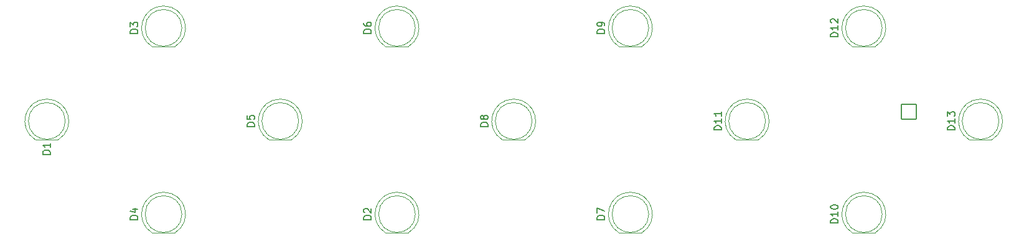
<source format=gto>
%TF.GenerationSoftware,KiCad,Pcbnew,7.0.10*%
%TF.CreationDate,2024-10-31T16:23:13-04:00*%
%TF.ProjectId,segment,7365676d-656e-4742-9e6b-696361645f70,rev?*%
%TF.SameCoordinates,Original*%
%TF.FileFunction,Legend,Top*%
%TF.FilePolarity,Positive*%
%FSLAX46Y46*%
G04 Gerber Fmt 4.6, Leading zero omitted, Abs format (unit mm)*
G04 Created by KiCad (PCBNEW 7.0.10) date 2024-10-31 16:23:13*
%MOMM*%
%LPD*%
G01*
G04 APERTURE LIST*
G04 Aperture macros list*
%AMRoundRect*
0 Rectangle with rounded corners*
0 $1 Rounding radius*
0 $2 $3 $4 $5 $6 $7 $8 $9 X,Y pos of 4 corners*
0 Add a 4 corners polygon primitive as box body*
4,1,4,$2,$3,$4,$5,$6,$7,$8,$9,$2,$3,0*
0 Add four circle primitives for the rounded corners*
1,1,$1+$1,$2,$3*
1,1,$1+$1,$4,$5*
1,1,$1+$1,$6,$7*
1,1,$1+$1,$8,$9*
0 Add four rect primitives between the rounded corners*
20,1,$1+$1,$2,$3,$4,$5,0*
20,1,$1+$1,$4,$5,$6,$7,0*
20,1,$1+$1,$6,$7,$8,$9,0*
20,1,$1+$1,$8,$9,$2,$3,0*%
G04 Aperture macros list end*
%ADD10C,0.150000*%
%ADD11C,0.120000*%
%ADD12R,1.800000X1.800000*%
%ADD13C,1.800000*%
%ADD14C,2.200000*%
%ADD15C,2.100000*%
%ADD16RoundRect,0.102000X-1.005000X1.005000X-1.005000X-1.005000X1.005000X-1.005000X1.005000X1.005000X0*%
%ADD17C,2.214000*%
G04 APERTURE END LIST*
D10*
X61414819Y-107423094D02*
X60414819Y-107423094D01*
X60414819Y-107423094D02*
X60414819Y-107184999D01*
X60414819Y-107184999D02*
X60462438Y-107042142D01*
X60462438Y-107042142D02*
X60557676Y-106946904D01*
X60557676Y-106946904D02*
X60652914Y-106899285D01*
X60652914Y-106899285D02*
X60843390Y-106851666D01*
X60843390Y-106851666D02*
X60986247Y-106851666D01*
X60986247Y-106851666D02*
X61176723Y-106899285D01*
X61176723Y-106899285D02*
X61271961Y-106946904D01*
X61271961Y-106946904D02*
X61367200Y-107042142D01*
X61367200Y-107042142D02*
X61414819Y-107184999D01*
X61414819Y-107184999D02*
X61414819Y-107423094D01*
X61414819Y-105899285D02*
X61414819Y-106470713D01*
X61414819Y-106184999D02*
X60414819Y-106184999D01*
X60414819Y-106184999D02*
X60557676Y-106280237D01*
X60557676Y-106280237D02*
X60652914Y-106375475D01*
X60652914Y-106375475D02*
X60700533Y-106470713D01*
X184454819Y-104084285D02*
X183454819Y-104084285D01*
X183454819Y-104084285D02*
X183454819Y-103846190D01*
X183454819Y-103846190D02*
X183502438Y-103703333D01*
X183502438Y-103703333D02*
X183597676Y-103608095D01*
X183597676Y-103608095D02*
X183692914Y-103560476D01*
X183692914Y-103560476D02*
X183883390Y-103512857D01*
X183883390Y-103512857D02*
X184026247Y-103512857D01*
X184026247Y-103512857D02*
X184216723Y-103560476D01*
X184216723Y-103560476D02*
X184311961Y-103608095D01*
X184311961Y-103608095D02*
X184407200Y-103703333D01*
X184407200Y-103703333D02*
X184454819Y-103846190D01*
X184454819Y-103846190D02*
X184454819Y-104084285D01*
X184454819Y-102560476D02*
X184454819Y-103131904D01*
X184454819Y-102846190D02*
X183454819Y-102846190D01*
X183454819Y-102846190D02*
X183597676Y-102941428D01*
X183597676Y-102941428D02*
X183692914Y-103036666D01*
X183692914Y-103036666D02*
X183740533Y-103131904D01*
X183454819Y-102227142D02*
X183454819Y-101608095D01*
X183454819Y-101608095D02*
X183835771Y-101941428D01*
X183835771Y-101941428D02*
X183835771Y-101798571D01*
X183835771Y-101798571D02*
X183883390Y-101703333D01*
X183883390Y-101703333D02*
X183931009Y-101655714D01*
X183931009Y-101655714D02*
X184026247Y-101608095D01*
X184026247Y-101608095D02*
X184264342Y-101608095D01*
X184264342Y-101608095D02*
X184359580Y-101655714D01*
X184359580Y-101655714D02*
X184407200Y-101703333D01*
X184407200Y-101703333D02*
X184454819Y-101798571D01*
X184454819Y-101798571D02*
X184454819Y-102084285D01*
X184454819Y-102084285D02*
X184407200Y-102179523D01*
X184407200Y-102179523D02*
X184359580Y-102227142D01*
X168579819Y-91384285D02*
X167579819Y-91384285D01*
X167579819Y-91384285D02*
X167579819Y-91146190D01*
X167579819Y-91146190D02*
X167627438Y-91003333D01*
X167627438Y-91003333D02*
X167722676Y-90908095D01*
X167722676Y-90908095D02*
X167817914Y-90860476D01*
X167817914Y-90860476D02*
X168008390Y-90812857D01*
X168008390Y-90812857D02*
X168151247Y-90812857D01*
X168151247Y-90812857D02*
X168341723Y-90860476D01*
X168341723Y-90860476D02*
X168436961Y-90908095D01*
X168436961Y-90908095D02*
X168532200Y-91003333D01*
X168532200Y-91003333D02*
X168579819Y-91146190D01*
X168579819Y-91146190D02*
X168579819Y-91384285D01*
X168579819Y-89860476D02*
X168579819Y-90431904D01*
X168579819Y-90146190D02*
X167579819Y-90146190D01*
X167579819Y-90146190D02*
X167722676Y-90241428D01*
X167722676Y-90241428D02*
X167817914Y-90336666D01*
X167817914Y-90336666D02*
X167865533Y-90431904D01*
X167675057Y-89479523D02*
X167627438Y-89431904D01*
X167627438Y-89431904D02*
X167579819Y-89336666D01*
X167579819Y-89336666D02*
X167579819Y-89098571D01*
X167579819Y-89098571D02*
X167627438Y-89003333D01*
X167627438Y-89003333D02*
X167675057Y-88955714D01*
X167675057Y-88955714D02*
X167770295Y-88908095D01*
X167770295Y-88908095D02*
X167865533Y-88908095D01*
X167865533Y-88908095D02*
X168008390Y-88955714D01*
X168008390Y-88955714D02*
X168579819Y-89527142D01*
X168579819Y-89527142D02*
X168579819Y-88908095D01*
X152704819Y-104084285D02*
X151704819Y-104084285D01*
X151704819Y-104084285D02*
X151704819Y-103846190D01*
X151704819Y-103846190D02*
X151752438Y-103703333D01*
X151752438Y-103703333D02*
X151847676Y-103608095D01*
X151847676Y-103608095D02*
X151942914Y-103560476D01*
X151942914Y-103560476D02*
X152133390Y-103512857D01*
X152133390Y-103512857D02*
X152276247Y-103512857D01*
X152276247Y-103512857D02*
X152466723Y-103560476D01*
X152466723Y-103560476D02*
X152561961Y-103608095D01*
X152561961Y-103608095D02*
X152657200Y-103703333D01*
X152657200Y-103703333D02*
X152704819Y-103846190D01*
X152704819Y-103846190D02*
X152704819Y-104084285D01*
X152704819Y-102560476D02*
X152704819Y-103131904D01*
X152704819Y-102846190D02*
X151704819Y-102846190D01*
X151704819Y-102846190D02*
X151847676Y-102941428D01*
X151847676Y-102941428D02*
X151942914Y-103036666D01*
X151942914Y-103036666D02*
X151990533Y-103131904D01*
X152704819Y-101608095D02*
X152704819Y-102179523D01*
X152704819Y-101893809D02*
X151704819Y-101893809D01*
X151704819Y-101893809D02*
X151847676Y-101989047D01*
X151847676Y-101989047D02*
X151942914Y-102084285D01*
X151942914Y-102084285D02*
X151990533Y-102179523D01*
X73329819Y-90908094D02*
X72329819Y-90908094D01*
X72329819Y-90908094D02*
X72329819Y-90669999D01*
X72329819Y-90669999D02*
X72377438Y-90527142D01*
X72377438Y-90527142D02*
X72472676Y-90431904D01*
X72472676Y-90431904D02*
X72567914Y-90384285D01*
X72567914Y-90384285D02*
X72758390Y-90336666D01*
X72758390Y-90336666D02*
X72901247Y-90336666D01*
X72901247Y-90336666D02*
X73091723Y-90384285D01*
X73091723Y-90384285D02*
X73186961Y-90431904D01*
X73186961Y-90431904D02*
X73282200Y-90527142D01*
X73282200Y-90527142D02*
X73329819Y-90669999D01*
X73329819Y-90669999D02*
X73329819Y-90908094D01*
X72329819Y-90003332D02*
X72329819Y-89384285D01*
X72329819Y-89384285D02*
X72710771Y-89717618D01*
X72710771Y-89717618D02*
X72710771Y-89574761D01*
X72710771Y-89574761D02*
X72758390Y-89479523D01*
X72758390Y-89479523D02*
X72806009Y-89431904D01*
X72806009Y-89431904D02*
X72901247Y-89384285D01*
X72901247Y-89384285D02*
X73139342Y-89384285D01*
X73139342Y-89384285D02*
X73234580Y-89431904D01*
X73234580Y-89431904D02*
X73282200Y-89479523D01*
X73282200Y-89479523D02*
X73329819Y-89574761D01*
X73329819Y-89574761D02*
X73329819Y-89860475D01*
X73329819Y-89860475D02*
X73282200Y-89955713D01*
X73282200Y-89955713D02*
X73234580Y-90003332D01*
X136829819Y-116308094D02*
X135829819Y-116308094D01*
X135829819Y-116308094D02*
X135829819Y-116069999D01*
X135829819Y-116069999D02*
X135877438Y-115927142D01*
X135877438Y-115927142D02*
X135972676Y-115831904D01*
X135972676Y-115831904D02*
X136067914Y-115784285D01*
X136067914Y-115784285D02*
X136258390Y-115736666D01*
X136258390Y-115736666D02*
X136401247Y-115736666D01*
X136401247Y-115736666D02*
X136591723Y-115784285D01*
X136591723Y-115784285D02*
X136686961Y-115831904D01*
X136686961Y-115831904D02*
X136782200Y-115927142D01*
X136782200Y-115927142D02*
X136829819Y-116069999D01*
X136829819Y-116069999D02*
X136829819Y-116308094D01*
X135829819Y-115403332D02*
X135829819Y-114736666D01*
X135829819Y-114736666D02*
X136829819Y-115165237D01*
X89204819Y-103608094D02*
X88204819Y-103608094D01*
X88204819Y-103608094D02*
X88204819Y-103369999D01*
X88204819Y-103369999D02*
X88252438Y-103227142D01*
X88252438Y-103227142D02*
X88347676Y-103131904D01*
X88347676Y-103131904D02*
X88442914Y-103084285D01*
X88442914Y-103084285D02*
X88633390Y-103036666D01*
X88633390Y-103036666D02*
X88776247Y-103036666D01*
X88776247Y-103036666D02*
X88966723Y-103084285D01*
X88966723Y-103084285D02*
X89061961Y-103131904D01*
X89061961Y-103131904D02*
X89157200Y-103227142D01*
X89157200Y-103227142D02*
X89204819Y-103369999D01*
X89204819Y-103369999D02*
X89204819Y-103608094D01*
X88204819Y-102131904D02*
X88204819Y-102608094D01*
X88204819Y-102608094D02*
X88681009Y-102655713D01*
X88681009Y-102655713D02*
X88633390Y-102608094D01*
X88633390Y-102608094D02*
X88585771Y-102512856D01*
X88585771Y-102512856D02*
X88585771Y-102274761D01*
X88585771Y-102274761D02*
X88633390Y-102179523D01*
X88633390Y-102179523D02*
X88681009Y-102131904D01*
X88681009Y-102131904D02*
X88776247Y-102084285D01*
X88776247Y-102084285D02*
X89014342Y-102084285D01*
X89014342Y-102084285D02*
X89109580Y-102131904D01*
X89109580Y-102131904D02*
X89157200Y-102179523D01*
X89157200Y-102179523D02*
X89204819Y-102274761D01*
X89204819Y-102274761D02*
X89204819Y-102512856D01*
X89204819Y-102512856D02*
X89157200Y-102608094D01*
X89157200Y-102608094D02*
X89109580Y-102655713D01*
X136829819Y-90908094D02*
X135829819Y-90908094D01*
X135829819Y-90908094D02*
X135829819Y-90669999D01*
X135829819Y-90669999D02*
X135877438Y-90527142D01*
X135877438Y-90527142D02*
X135972676Y-90431904D01*
X135972676Y-90431904D02*
X136067914Y-90384285D01*
X136067914Y-90384285D02*
X136258390Y-90336666D01*
X136258390Y-90336666D02*
X136401247Y-90336666D01*
X136401247Y-90336666D02*
X136591723Y-90384285D01*
X136591723Y-90384285D02*
X136686961Y-90431904D01*
X136686961Y-90431904D02*
X136782200Y-90527142D01*
X136782200Y-90527142D02*
X136829819Y-90669999D01*
X136829819Y-90669999D02*
X136829819Y-90908094D01*
X136829819Y-89860475D02*
X136829819Y-89669999D01*
X136829819Y-89669999D02*
X136782200Y-89574761D01*
X136782200Y-89574761D02*
X136734580Y-89527142D01*
X136734580Y-89527142D02*
X136591723Y-89431904D01*
X136591723Y-89431904D02*
X136401247Y-89384285D01*
X136401247Y-89384285D02*
X136020295Y-89384285D01*
X136020295Y-89384285D02*
X135925057Y-89431904D01*
X135925057Y-89431904D02*
X135877438Y-89479523D01*
X135877438Y-89479523D02*
X135829819Y-89574761D01*
X135829819Y-89574761D02*
X135829819Y-89765237D01*
X135829819Y-89765237D02*
X135877438Y-89860475D01*
X135877438Y-89860475D02*
X135925057Y-89908094D01*
X135925057Y-89908094D02*
X136020295Y-89955713D01*
X136020295Y-89955713D02*
X136258390Y-89955713D01*
X136258390Y-89955713D02*
X136353628Y-89908094D01*
X136353628Y-89908094D02*
X136401247Y-89860475D01*
X136401247Y-89860475D02*
X136448866Y-89765237D01*
X136448866Y-89765237D02*
X136448866Y-89574761D01*
X136448866Y-89574761D02*
X136401247Y-89479523D01*
X136401247Y-89479523D02*
X136353628Y-89431904D01*
X136353628Y-89431904D02*
X136258390Y-89384285D01*
X73329819Y-116308094D02*
X72329819Y-116308094D01*
X72329819Y-116308094D02*
X72329819Y-116069999D01*
X72329819Y-116069999D02*
X72377438Y-115927142D01*
X72377438Y-115927142D02*
X72472676Y-115831904D01*
X72472676Y-115831904D02*
X72567914Y-115784285D01*
X72567914Y-115784285D02*
X72758390Y-115736666D01*
X72758390Y-115736666D02*
X72901247Y-115736666D01*
X72901247Y-115736666D02*
X73091723Y-115784285D01*
X73091723Y-115784285D02*
X73186961Y-115831904D01*
X73186961Y-115831904D02*
X73282200Y-115927142D01*
X73282200Y-115927142D02*
X73329819Y-116069999D01*
X73329819Y-116069999D02*
X73329819Y-116308094D01*
X72663152Y-114879523D02*
X73329819Y-114879523D01*
X72282200Y-115117618D02*
X72996485Y-115355713D01*
X72996485Y-115355713D02*
X72996485Y-114736666D01*
X105079819Y-90908094D02*
X104079819Y-90908094D01*
X104079819Y-90908094D02*
X104079819Y-90669999D01*
X104079819Y-90669999D02*
X104127438Y-90527142D01*
X104127438Y-90527142D02*
X104222676Y-90431904D01*
X104222676Y-90431904D02*
X104317914Y-90384285D01*
X104317914Y-90384285D02*
X104508390Y-90336666D01*
X104508390Y-90336666D02*
X104651247Y-90336666D01*
X104651247Y-90336666D02*
X104841723Y-90384285D01*
X104841723Y-90384285D02*
X104936961Y-90431904D01*
X104936961Y-90431904D02*
X105032200Y-90527142D01*
X105032200Y-90527142D02*
X105079819Y-90669999D01*
X105079819Y-90669999D02*
X105079819Y-90908094D01*
X104079819Y-89479523D02*
X104079819Y-89669999D01*
X104079819Y-89669999D02*
X104127438Y-89765237D01*
X104127438Y-89765237D02*
X104175057Y-89812856D01*
X104175057Y-89812856D02*
X104317914Y-89908094D01*
X104317914Y-89908094D02*
X104508390Y-89955713D01*
X104508390Y-89955713D02*
X104889342Y-89955713D01*
X104889342Y-89955713D02*
X104984580Y-89908094D01*
X104984580Y-89908094D02*
X105032200Y-89860475D01*
X105032200Y-89860475D02*
X105079819Y-89765237D01*
X105079819Y-89765237D02*
X105079819Y-89574761D01*
X105079819Y-89574761D02*
X105032200Y-89479523D01*
X105032200Y-89479523D02*
X104984580Y-89431904D01*
X104984580Y-89431904D02*
X104889342Y-89384285D01*
X104889342Y-89384285D02*
X104651247Y-89384285D01*
X104651247Y-89384285D02*
X104556009Y-89431904D01*
X104556009Y-89431904D02*
X104508390Y-89479523D01*
X104508390Y-89479523D02*
X104460771Y-89574761D01*
X104460771Y-89574761D02*
X104460771Y-89765237D01*
X104460771Y-89765237D02*
X104508390Y-89860475D01*
X104508390Y-89860475D02*
X104556009Y-89908094D01*
X104556009Y-89908094D02*
X104651247Y-89955713D01*
X168579819Y-116784285D02*
X167579819Y-116784285D01*
X167579819Y-116784285D02*
X167579819Y-116546190D01*
X167579819Y-116546190D02*
X167627438Y-116403333D01*
X167627438Y-116403333D02*
X167722676Y-116308095D01*
X167722676Y-116308095D02*
X167817914Y-116260476D01*
X167817914Y-116260476D02*
X168008390Y-116212857D01*
X168008390Y-116212857D02*
X168151247Y-116212857D01*
X168151247Y-116212857D02*
X168341723Y-116260476D01*
X168341723Y-116260476D02*
X168436961Y-116308095D01*
X168436961Y-116308095D02*
X168532200Y-116403333D01*
X168532200Y-116403333D02*
X168579819Y-116546190D01*
X168579819Y-116546190D02*
X168579819Y-116784285D01*
X168579819Y-115260476D02*
X168579819Y-115831904D01*
X168579819Y-115546190D02*
X167579819Y-115546190D01*
X167579819Y-115546190D02*
X167722676Y-115641428D01*
X167722676Y-115641428D02*
X167817914Y-115736666D01*
X167817914Y-115736666D02*
X167865533Y-115831904D01*
X167579819Y-114641428D02*
X167579819Y-114546190D01*
X167579819Y-114546190D02*
X167627438Y-114450952D01*
X167627438Y-114450952D02*
X167675057Y-114403333D01*
X167675057Y-114403333D02*
X167770295Y-114355714D01*
X167770295Y-114355714D02*
X167960771Y-114308095D01*
X167960771Y-114308095D02*
X168198866Y-114308095D01*
X168198866Y-114308095D02*
X168389342Y-114355714D01*
X168389342Y-114355714D02*
X168484580Y-114403333D01*
X168484580Y-114403333D02*
X168532200Y-114450952D01*
X168532200Y-114450952D02*
X168579819Y-114546190D01*
X168579819Y-114546190D02*
X168579819Y-114641428D01*
X168579819Y-114641428D02*
X168532200Y-114736666D01*
X168532200Y-114736666D02*
X168484580Y-114784285D01*
X168484580Y-114784285D02*
X168389342Y-114831904D01*
X168389342Y-114831904D02*
X168198866Y-114879523D01*
X168198866Y-114879523D02*
X167960771Y-114879523D01*
X167960771Y-114879523D02*
X167770295Y-114831904D01*
X167770295Y-114831904D02*
X167675057Y-114784285D01*
X167675057Y-114784285D02*
X167627438Y-114736666D01*
X167627438Y-114736666D02*
X167579819Y-114641428D01*
X105079819Y-116308094D02*
X104079819Y-116308094D01*
X104079819Y-116308094D02*
X104079819Y-116069999D01*
X104079819Y-116069999D02*
X104127438Y-115927142D01*
X104127438Y-115927142D02*
X104222676Y-115831904D01*
X104222676Y-115831904D02*
X104317914Y-115784285D01*
X104317914Y-115784285D02*
X104508390Y-115736666D01*
X104508390Y-115736666D02*
X104651247Y-115736666D01*
X104651247Y-115736666D02*
X104841723Y-115784285D01*
X104841723Y-115784285D02*
X104936961Y-115831904D01*
X104936961Y-115831904D02*
X105032200Y-115927142D01*
X105032200Y-115927142D02*
X105079819Y-116069999D01*
X105079819Y-116069999D02*
X105079819Y-116308094D01*
X104175057Y-115355713D02*
X104127438Y-115308094D01*
X104127438Y-115308094D02*
X104079819Y-115212856D01*
X104079819Y-115212856D02*
X104079819Y-114974761D01*
X104079819Y-114974761D02*
X104127438Y-114879523D01*
X104127438Y-114879523D02*
X104175057Y-114831904D01*
X104175057Y-114831904D02*
X104270295Y-114784285D01*
X104270295Y-114784285D02*
X104365533Y-114784285D01*
X104365533Y-114784285D02*
X104508390Y-114831904D01*
X104508390Y-114831904D02*
X105079819Y-115403332D01*
X105079819Y-115403332D02*
X105079819Y-114784285D01*
X120954819Y-103608094D02*
X119954819Y-103608094D01*
X119954819Y-103608094D02*
X119954819Y-103369999D01*
X119954819Y-103369999D02*
X120002438Y-103227142D01*
X120002438Y-103227142D02*
X120097676Y-103131904D01*
X120097676Y-103131904D02*
X120192914Y-103084285D01*
X120192914Y-103084285D02*
X120383390Y-103036666D01*
X120383390Y-103036666D02*
X120526247Y-103036666D01*
X120526247Y-103036666D02*
X120716723Y-103084285D01*
X120716723Y-103084285D02*
X120811961Y-103131904D01*
X120811961Y-103131904D02*
X120907200Y-103227142D01*
X120907200Y-103227142D02*
X120954819Y-103369999D01*
X120954819Y-103369999D02*
X120954819Y-103608094D01*
X120383390Y-102465237D02*
X120335771Y-102560475D01*
X120335771Y-102560475D02*
X120288152Y-102608094D01*
X120288152Y-102608094D02*
X120192914Y-102655713D01*
X120192914Y-102655713D02*
X120145295Y-102655713D01*
X120145295Y-102655713D02*
X120050057Y-102608094D01*
X120050057Y-102608094D02*
X120002438Y-102560475D01*
X120002438Y-102560475D02*
X119954819Y-102465237D01*
X119954819Y-102465237D02*
X119954819Y-102274761D01*
X119954819Y-102274761D02*
X120002438Y-102179523D01*
X120002438Y-102179523D02*
X120050057Y-102131904D01*
X120050057Y-102131904D02*
X120145295Y-102084285D01*
X120145295Y-102084285D02*
X120192914Y-102084285D01*
X120192914Y-102084285D02*
X120288152Y-102131904D01*
X120288152Y-102131904D02*
X120335771Y-102179523D01*
X120335771Y-102179523D02*
X120383390Y-102274761D01*
X120383390Y-102274761D02*
X120383390Y-102465237D01*
X120383390Y-102465237D02*
X120431009Y-102560475D01*
X120431009Y-102560475D02*
X120478628Y-102608094D01*
X120478628Y-102608094D02*
X120573866Y-102655713D01*
X120573866Y-102655713D02*
X120764342Y-102655713D01*
X120764342Y-102655713D02*
X120859580Y-102608094D01*
X120859580Y-102608094D02*
X120907200Y-102560475D01*
X120907200Y-102560475D02*
X120954819Y-102465237D01*
X120954819Y-102465237D02*
X120954819Y-102274761D01*
X120954819Y-102274761D02*
X120907200Y-102179523D01*
X120907200Y-102179523D02*
X120859580Y-102131904D01*
X120859580Y-102131904D02*
X120764342Y-102084285D01*
X120764342Y-102084285D02*
X120573866Y-102084285D01*
X120573866Y-102084285D02*
X120478628Y-102131904D01*
X120478628Y-102131904D02*
X120431009Y-102179523D01*
X120431009Y-102179523D02*
X120383390Y-102274761D01*
D11*
%TO.C,D1*%
X59415000Y-105430000D02*
X62505000Y-105430000D01*
X60960462Y-99880001D02*
G75*
G03*
X59415170Y-105429999I-462J-2989999D01*
G01*
X62504830Y-105430000D02*
G75*
G03*
X60959538Y-99880000I-1544830J2560000D01*
G01*
X63460000Y-102870000D02*
G75*
G03*
X58460000Y-102870000I-2500000J0D01*
G01*
X58460000Y-102870000D02*
G75*
G03*
X63460000Y-102870000I2500000J0D01*
G01*
%TO.C,D13*%
X186415000Y-105430000D02*
X189505000Y-105430000D01*
X187960462Y-99880001D02*
G75*
G03*
X186415170Y-105429999I-462J-2989999D01*
G01*
X189504830Y-105430000D02*
G75*
G03*
X187959538Y-99880000I-1544830J2560000D01*
G01*
X190460000Y-102870000D02*
G75*
G03*
X185460000Y-102870000I-2500000J0D01*
G01*
X185460000Y-102870000D02*
G75*
G03*
X190460000Y-102870000I2500000J0D01*
G01*
%TO.C,D12*%
X170540000Y-92730000D02*
X173630000Y-92730000D01*
X172085462Y-87180001D02*
G75*
G03*
X170540170Y-92729999I-462J-2989999D01*
G01*
X173629830Y-92730000D02*
G75*
G03*
X172084538Y-87180000I-1544830J2560000D01*
G01*
X174585000Y-90170000D02*
G75*
G03*
X169585000Y-90170000I-2500000J0D01*
G01*
X169585000Y-90170000D02*
G75*
G03*
X174585000Y-90170000I2500000J0D01*
G01*
%TO.C,D11*%
X154665000Y-105430000D02*
X157755000Y-105430000D01*
X156210462Y-99880001D02*
G75*
G03*
X154665170Y-105429999I-462J-2989999D01*
G01*
X157754830Y-105430000D02*
G75*
G03*
X156209538Y-99880000I-1544830J2560000D01*
G01*
X158710000Y-102870000D02*
G75*
G03*
X153710000Y-102870000I-2500000J0D01*
G01*
X153710000Y-102870000D02*
G75*
G03*
X158710000Y-102870000I2500000J0D01*
G01*
%TO.C,D3*%
X75290000Y-92730000D02*
X78380000Y-92730000D01*
X76835462Y-87180001D02*
G75*
G03*
X75290170Y-92729999I-462J-2989999D01*
G01*
X78379830Y-92730000D02*
G75*
G03*
X76834538Y-87180000I-1544830J2560000D01*
G01*
X79335000Y-90170000D02*
G75*
G03*
X74335000Y-90170000I-2500000J0D01*
G01*
X74335000Y-90170000D02*
G75*
G03*
X79335000Y-90170000I2500000J0D01*
G01*
%TO.C,D7*%
X138790000Y-118130000D02*
X141880000Y-118130000D01*
X140335462Y-112580001D02*
G75*
G03*
X138790170Y-118129999I-462J-2989999D01*
G01*
X141879830Y-118130000D02*
G75*
G03*
X140334538Y-112580000I-1544830J2560000D01*
G01*
X142835000Y-115570000D02*
G75*
G03*
X137835000Y-115570000I-2500000J0D01*
G01*
X137835000Y-115570000D02*
G75*
G03*
X142835000Y-115570000I2500000J0D01*
G01*
%TO.C,D5*%
X91165000Y-105430000D02*
X94255000Y-105430000D01*
X92710462Y-99880001D02*
G75*
G03*
X91165170Y-105429999I-462J-2989999D01*
G01*
X94254830Y-105430000D02*
G75*
G03*
X92709538Y-99880000I-1544830J2560000D01*
G01*
X95210000Y-102870000D02*
G75*
G03*
X90210000Y-102870000I-2500000J0D01*
G01*
X90210000Y-102870000D02*
G75*
G03*
X95210000Y-102870000I2500000J0D01*
G01*
%TO.C,D9*%
X138790000Y-92730000D02*
X141880000Y-92730000D01*
X140335462Y-87180001D02*
G75*
G03*
X138790170Y-92729999I-462J-2989999D01*
G01*
X141879830Y-92730000D02*
G75*
G03*
X140334538Y-87180000I-1544830J2560000D01*
G01*
X142835000Y-90170000D02*
G75*
G03*
X137835000Y-90170000I-2500000J0D01*
G01*
X137835000Y-90170000D02*
G75*
G03*
X142835000Y-90170000I2500000J0D01*
G01*
%TO.C,D4*%
X75290000Y-118130000D02*
X78380000Y-118130000D01*
X76835462Y-112580001D02*
G75*
G03*
X75290170Y-118129999I-462J-2989999D01*
G01*
X78379830Y-118130000D02*
G75*
G03*
X76834538Y-112580000I-1544830J2560000D01*
G01*
X79335000Y-115570000D02*
G75*
G03*
X74335000Y-115570000I-2500000J0D01*
G01*
X74335000Y-115570000D02*
G75*
G03*
X79335000Y-115570000I2500000J0D01*
G01*
%TO.C,D6*%
X107040000Y-92730000D02*
X110130000Y-92730000D01*
X108585462Y-87180001D02*
G75*
G03*
X107040170Y-92729999I-462J-2989999D01*
G01*
X110129830Y-92730000D02*
G75*
G03*
X108584538Y-87180000I-1544830J2560000D01*
G01*
X111085000Y-90170000D02*
G75*
G03*
X106085000Y-90170000I-2500000J0D01*
G01*
X106085000Y-90170000D02*
G75*
G03*
X111085000Y-90170000I2500000J0D01*
G01*
%TO.C,D10*%
X170540000Y-118130000D02*
X173630000Y-118130000D01*
X172085462Y-112580001D02*
G75*
G03*
X170540170Y-118129999I-462J-2989999D01*
G01*
X173629830Y-118130000D02*
G75*
G03*
X172084538Y-112580000I-1544830J2560000D01*
G01*
X174585000Y-115570000D02*
G75*
G03*
X169585000Y-115570000I-2500000J0D01*
G01*
X169585000Y-115570000D02*
G75*
G03*
X174585000Y-115570000I2500000J0D01*
G01*
%TO.C,D2*%
X107040000Y-118130000D02*
X110130000Y-118130000D01*
X108585462Y-112580001D02*
G75*
G03*
X107040170Y-118129999I-462J-2989999D01*
G01*
X110129830Y-118130000D02*
G75*
G03*
X108584538Y-112580000I-1544830J2560000D01*
G01*
X111085000Y-115570000D02*
G75*
G03*
X106085000Y-115570000I-2500000J0D01*
G01*
X106085000Y-115570000D02*
G75*
G03*
X111085000Y-115570000I2500000J0D01*
G01*
%TO.C,D8*%
X122915000Y-105430000D02*
X126005000Y-105430000D01*
X124460462Y-99880001D02*
G75*
G03*
X122915170Y-105429999I-462J-2989999D01*
G01*
X126004830Y-105430000D02*
G75*
G03*
X124459538Y-99880000I-1544830J2560000D01*
G01*
X126960000Y-102870000D02*
G75*
G03*
X121960000Y-102870000I-2500000J0D01*
G01*
X121960000Y-102870000D02*
G75*
G03*
X126960000Y-102870000I2500000J0D01*
G01*
%TD*%
%LPC*%
D12*
%TO.C,D1*%
X60960000Y-104140000D03*
D13*
X60960000Y-101600000D03*
%TD*%
D14*
%TO.C,REF\u002A\u002A*%
X170180000Y-102870000D03*
%TD*%
D12*
%TO.C,D13*%
X187960000Y-104140000D03*
D13*
X187960000Y-101600000D03*
%TD*%
D12*
%TO.C,D12*%
X172085000Y-91440000D03*
D13*
X172085000Y-88900000D03*
%TD*%
D12*
%TO.C,D11*%
X156210000Y-104140000D03*
D13*
X156210000Y-101600000D03*
%TD*%
D12*
%TO.C,D3*%
X76835000Y-91440000D03*
D13*
X76835000Y-88900000D03*
%TD*%
D12*
%TO.C,D7*%
X140335000Y-116840000D03*
D13*
X140335000Y-114300000D03*
%TD*%
D12*
%TO.C,D5*%
X92710000Y-104140000D03*
D13*
X92710000Y-101600000D03*
%TD*%
D12*
%TO.C,D9*%
X140335000Y-91440000D03*
D13*
X140335000Y-88900000D03*
%TD*%
D12*
%TO.C,D4*%
X76835000Y-116840000D03*
D13*
X76835000Y-114300000D03*
%TD*%
D14*
%TO.C,REF\u002A\u002A*%
X74930000Y-102870000D03*
%TD*%
D12*
%TO.C,D6*%
X108585000Y-91440000D03*
D13*
X108585000Y-88900000D03*
%TD*%
D12*
%TO.C,D10*%
X172085000Y-116840000D03*
D13*
X172085000Y-114300000D03*
%TD*%
D12*
%TO.C,D2*%
X108585000Y-116840000D03*
D13*
X108585000Y-114300000D03*
%TD*%
D12*
%TO.C,D8*%
X124460000Y-104140000D03*
D13*
X124460000Y-101600000D03*
%TD*%
D15*
%TO.C,J1*%
X183515000Y-95885000D03*
X180975000Y-95885000D03*
X178435000Y-95885000D03*
%TD*%
D16*
%TO.C,Q1*%
X178174500Y-101600000D03*
D17*
X178174500Y-104140000D03*
X178174500Y-106680000D03*
%TD*%
%LPD*%
M02*

</source>
